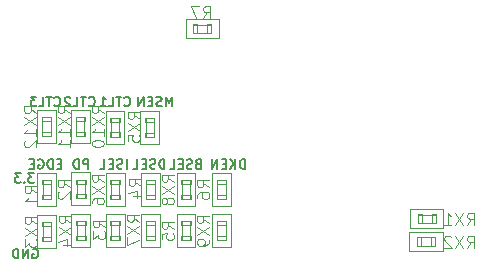
<source format=gbo>
G04 #@! TF.GenerationSoftware,KiCad,Pcbnew,(5.0.2)-1*
G04 #@! TF.CreationDate,2018-12-31T23:20:10+09:00*
G04 #@! TF.ProjectId,hdmi,68646d69-2e6b-4696-9361-645f70636258,rev?*
G04 #@! TF.SameCoordinates,Original*
G04 #@! TF.FileFunction,Legend,Bot*
G04 #@! TF.FilePolarity,Positive*
%FSLAX46Y46*%
G04 Gerber Fmt 4.6, Leading zero omitted, Abs format (unit mm)*
G04 Created by KiCad (PCBNEW (5.0.2)-1) date 2018/12/31 23:20:10*
%MOMM*%
%LPD*%
G01*
G04 APERTURE LIST*
%ADD10C,0.200000*%
%ADD11C,0.101600*%
%ADD12C,0.066040*%
%ADD13C,0.076200*%
G04 APERTURE END LIST*
D10*
X103661904Y-116285714D02*
X103700000Y-116323809D01*
X103814285Y-116361904D01*
X103890476Y-116361904D01*
X104004761Y-116323809D01*
X104080952Y-116247619D01*
X104119047Y-116171428D01*
X104157142Y-116019047D01*
X104157142Y-115904761D01*
X104119047Y-115752380D01*
X104080952Y-115676190D01*
X104004761Y-115600000D01*
X103890476Y-115561904D01*
X103814285Y-115561904D01*
X103700000Y-115600000D01*
X103661904Y-115638095D01*
X103433333Y-115561904D02*
X102976190Y-115561904D01*
X103204761Y-116361904D02*
X103204761Y-115561904D01*
X102328571Y-116361904D02*
X102709523Y-116361904D01*
X102709523Y-115561904D01*
X102138095Y-115561904D02*
X101642857Y-115561904D01*
X101909523Y-115866666D01*
X101795238Y-115866666D01*
X101719047Y-115904761D01*
X101680952Y-115942857D01*
X101642857Y-116019047D01*
X101642857Y-116209523D01*
X101680952Y-116285714D01*
X101719047Y-116323809D01*
X101795238Y-116361904D01*
X102023809Y-116361904D01*
X102100000Y-116323809D01*
X102138095Y-116285714D01*
X106561904Y-116285714D02*
X106600000Y-116323809D01*
X106714285Y-116361904D01*
X106790476Y-116361904D01*
X106904761Y-116323809D01*
X106980952Y-116247619D01*
X107019047Y-116171428D01*
X107057142Y-116019047D01*
X107057142Y-115904761D01*
X107019047Y-115752380D01*
X106980952Y-115676190D01*
X106904761Y-115600000D01*
X106790476Y-115561904D01*
X106714285Y-115561904D01*
X106600000Y-115600000D01*
X106561904Y-115638095D01*
X106333333Y-115561904D02*
X105876190Y-115561904D01*
X106104761Y-116361904D02*
X106104761Y-115561904D01*
X105228571Y-116361904D02*
X105609523Y-116361904D01*
X105609523Y-115561904D01*
X105000000Y-115638095D02*
X104961904Y-115600000D01*
X104885714Y-115561904D01*
X104695238Y-115561904D01*
X104619047Y-115600000D01*
X104580952Y-115638095D01*
X104542857Y-115714285D01*
X104542857Y-115790476D01*
X104580952Y-115904761D01*
X105038095Y-116361904D01*
X104542857Y-116361904D01*
X109561904Y-116285714D02*
X109600000Y-116323809D01*
X109714285Y-116361904D01*
X109790476Y-116361904D01*
X109904761Y-116323809D01*
X109980952Y-116247619D01*
X110019047Y-116171428D01*
X110057142Y-116019047D01*
X110057142Y-115904761D01*
X110019047Y-115752380D01*
X109980952Y-115676190D01*
X109904761Y-115600000D01*
X109790476Y-115561904D01*
X109714285Y-115561904D01*
X109600000Y-115600000D01*
X109561904Y-115638095D01*
X109333333Y-115561904D02*
X108876190Y-115561904D01*
X109104761Y-116361904D02*
X109104761Y-115561904D01*
X108228571Y-116361904D02*
X108609523Y-116361904D01*
X108609523Y-115561904D01*
X107542857Y-116361904D02*
X108000000Y-116361904D01*
X107771428Y-116361904D02*
X107771428Y-115561904D01*
X107847619Y-115676190D01*
X107923809Y-115752380D01*
X108000000Y-115790476D01*
X113628571Y-116361904D02*
X113628571Y-115561904D01*
X113361904Y-116133333D01*
X113095238Y-115561904D01*
X113095238Y-116361904D01*
X112752380Y-116323809D02*
X112638095Y-116361904D01*
X112447619Y-116361904D01*
X112371428Y-116323809D01*
X112333333Y-116285714D01*
X112295238Y-116209523D01*
X112295238Y-116133333D01*
X112333333Y-116057142D01*
X112371428Y-116019047D01*
X112447619Y-115980952D01*
X112600000Y-115942857D01*
X112676190Y-115904761D01*
X112714285Y-115866666D01*
X112752380Y-115790476D01*
X112752380Y-115714285D01*
X112714285Y-115638095D01*
X112676190Y-115600000D01*
X112600000Y-115561904D01*
X112409523Y-115561904D01*
X112295238Y-115600000D01*
X111952380Y-115942857D02*
X111685714Y-115942857D01*
X111571428Y-116361904D02*
X111952380Y-116361904D01*
X111952380Y-115561904D01*
X111571428Y-115561904D01*
X111228571Y-116361904D02*
X111228571Y-115561904D01*
X110771428Y-116361904D01*
X110771428Y-115561904D01*
X119790476Y-121661904D02*
X119790476Y-120861904D01*
X119599999Y-120861904D01*
X119485714Y-120900000D01*
X119409523Y-120976190D01*
X119371428Y-121052380D01*
X119333333Y-121204761D01*
X119333333Y-121319047D01*
X119371428Y-121471428D01*
X119409523Y-121547619D01*
X119485714Y-121623809D01*
X119599999Y-121661904D01*
X119790476Y-121661904D01*
X118990476Y-121661904D02*
X118990476Y-120861904D01*
X118533333Y-121661904D02*
X118876190Y-121204761D01*
X118533333Y-120861904D02*
X118990476Y-121319047D01*
X118190476Y-121242857D02*
X117923809Y-121242857D01*
X117809523Y-121661904D02*
X118190476Y-121661904D01*
X118190476Y-120861904D01*
X117809523Y-120861904D01*
X117466666Y-121661904D02*
X117466666Y-120861904D01*
X117009523Y-121661904D01*
X117009523Y-120861904D01*
X115809523Y-121242857D02*
X115695238Y-121280952D01*
X115657142Y-121319047D01*
X115619047Y-121395238D01*
X115619047Y-121509523D01*
X115657142Y-121585714D01*
X115695238Y-121623809D01*
X115771428Y-121661904D01*
X116076190Y-121661904D01*
X116076190Y-120861904D01*
X115809523Y-120861904D01*
X115733333Y-120900000D01*
X115695238Y-120938095D01*
X115657142Y-121014285D01*
X115657142Y-121090476D01*
X115695238Y-121166666D01*
X115733333Y-121204761D01*
X115809523Y-121242857D01*
X116076190Y-121242857D01*
X115314285Y-121623809D02*
X115200000Y-121661904D01*
X115009523Y-121661904D01*
X114933333Y-121623809D01*
X114895238Y-121585714D01*
X114857142Y-121509523D01*
X114857142Y-121433333D01*
X114895238Y-121357142D01*
X114933333Y-121319047D01*
X115009523Y-121280952D01*
X115161904Y-121242857D01*
X115238095Y-121204761D01*
X115276190Y-121166666D01*
X115314285Y-121090476D01*
X115314285Y-121014285D01*
X115276190Y-120938095D01*
X115238095Y-120900000D01*
X115161904Y-120861904D01*
X114971428Y-120861904D01*
X114857142Y-120900000D01*
X114514285Y-121242857D02*
X114247619Y-121242857D01*
X114133333Y-121661904D02*
X114514285Y-121661904D01*
X114514285Y-120861904D01*
X114133333Y-120861904D01*
X113409523Y-121661904D02*
X113790476Y-121661904D01*
X113790476Y-120861904D01*
X112976190Y-121661904D02*
X112976190Y-120861904D01*
X112785714Y-120861904D01*
X112671428Y-120900000D01*
X112595238Y-120976190D01*
X112557142Y-121052380D01*
X112519047Y-121204761D01*
X112519047Y-121319047D01*
X112557142Y-121471428D01*
X112595238Y-121547619D01*
X112671428Y-121623809D01*
X112785714Y-121661904D01*
X112976190Y-121661904D01*
X112214285Y-121623809D02*
X112100000Y-121661904D01*
X111909523Y-121661904D01*
X111833333Y-121623809D01*
X111795238Y-121585714D01*
X111757142Y-121509523D01*
X111757142Y-121433333D01*
X111795238Y-121357142D01*
X111833333Y-121319047D01*
X111909523Y-121280952D01*
X112061904Y-121242857D01*
X112138095Y-121204761D01*
X112176190Y-121166666D01*
X112214285Y-121090476D01*
X112214285Y-121014285D01*
X112176190Y-120938095D01*
X112138095Y-120900000D01*
X112061904Y-120861904D01*
X111871428Y-120861904D01*
X111757142Y-120900000D01*
X111414285Y-121242857D02*
X111147619Y-121242857D01*
X111033333Y-121661904D02*
X111414285Y-121661904D01*
X111414285Y-120861904D01*
X111033333Y-120861904D01*
X110309523Y-121661904D02*
X110690476Y-121661904D01*
X110690476Y-120861904D01*
X109766666Y-121661904D02*
X109766666Y-120861904D01*
X109423809Y-121623809D02*
X109309523Y-121661904D01*
X109119047Y-121661904D01*
X109042857Y-121623809D01*
X109004761Y-121585714D01*
X108966666Y-121509523D01*
X108966666Y-121433333D01*
X109004761Y-121357142D01*
X109042857Y-121319047D01*
X109119047Y-121280952D01*
X109271428Y-121242857D01*
X109347619Y-121204761D01*
X109385714Y-121166666D01*
X109423809Y-121090476D01*
X109423809Y-121014285D01*
X109385714Y-120938095D01*
X109347619Y-120900000D01*
X109271428Y-120861904D01*
X109080952Y-120861904D01*
X108966666Y-120900000D01*
X108623809Y-121242857D02*
X108357142Y-121242857D01*
X108242857Y-121661904D02*
X108623809Y-121661904D01*
X108623809Y-120861904D01*
X108242857Y-120861904D01*
X107519047Y-121661904D02*
X107900000Y-121661904D01*
X107900000Y-120861904D01*
X106509523Y-121661904D02*
X106509523Y-120861904D01*
X106204761Y-120861904D01*
X106128571Y-120900000D01*
X106090476Y-120938095D01*
X106052380Y-121014285D01*
X106052380Y-121128571D01*
X106090476Y-121204761D01*
X106128571Y-121242857D01*
X106204761Y-121280952D01*
X106509523Y-121280952D01*
X105709523Y-121661904D02*
X105709523Y-120861904D01*
X105519047Y-120861904D01*
X105404761Y-120900000D01*
X105328571Y-120976190D01*
X105290476Y-121052380D01*
X105252380Y-121204761D01*
X105252380Y-121319047D01*
X105290476Y-121471428D01*
X105328571Y-121547619D01*
X105404761Y-121623809D01*
X105519047Y-121661904D01*
X105709523Y-121661904D01*
X104233333Y-121242857D02*
X103966666Y-121242857D01*
X103852380Y-121661904D02*
X104233333Y-121661904D01*
X104233333Y-120861904D01*
X103852380Y-120861904D01*
X103509523Y-121661904D02*
X103509523Y-120861904D01*
X103319047Y-120861904D01*
X103204761Y-120900000D01*
X103128571Y-120976190D01*
X103090476Y-121052380D01*
X103052380Y-121204761D01*
X103052380Y-121319047D01*
X103090476Y-121471428D01*
X103128571Y-121547619D01*
X103204761Y-121623809D01*
X103319047Y-121661904D01*
X103509523Y-121661904D01*
X102290476Y-120900000D02*
X102366666Y-120861904D01*
X102480952Y-120861904D01*
X102595238Y-120900000D01*
X102671428Y-120976190D01*
X102709523Y-121052380D01*
X102747619Y-121204761D01*
X102747619Y-121319047D01*
X102709523Y-121471428D01*
X102671428Y-121547619D01*
X102595238Y-121623809D01*
X102480952Y-121661904D01*
X102404761Y-121661904D01*
X102290476Y-121623809D01*
X102252380Y-121585714D01*
X102252380Y-121319047D01*
X102404761Y-121319047D01*
X101909523Y-121242857D02*
X101642857Y-121242857D01*
X101528571Y-121661904D02*
X101909523Y-121661904D01*
X101909523Y-120861904D01*
X101528571Y-120861904D01*
X101809523Y-128500000D02*
X101885714Y-128461904D01*
X102000000Y-128461904D01*
X102114285Y-128500000D01*
X102190476Y-128576190D01*
X102228571Y-128652380D01*
X102266666Y-128804761D01*
X102266666Y-128919047D01*
X102228571Y-129071428D01*
X102190476Y-129147619D01*
X102114285Y-129223809D01*
X102000000Y-129261904D01*
X101923809Y-129261904D01*
X101809523Y-129223809D01*
X101771428Y-129185714D01*
X101771428Y-128919047D01*
X101923809Y-128919047D01*
X101428571Y-129261904D02*
X101428571Y-128461904D01*
X100971428Y-129261904D01*
X100971428Y-128461904D01*
X100590476Y-129261904D02*
X100590476Y-128461904D01*
X100400000Y-128461904D01*
X100285714Y-128500000D01*
X100209523Y-128576190D01*
X100171428Y-128652380D01*
X100133333Y-128804761D01*
X100133333Y-128919047D01*
X100171428Y-129071428D01*
X100209523Y-129147619D01*
X100285714Y-129223809D01*
X100400000Y-129261904D01*
X100590476Y-129261904D01*
X101938095Y-122061904D02*
X101442857Y-122061904D01*
X101709523Y-122366666D01*
X101595238Y-122366666D01*
X101519047Y-122404761D01*
X101480952Y-122442857D01*
X101442857Y-122519047D01*
X101442857Y-122709523D01*
X101480952Y-122785714D01*
X101519047Y-122823809D01*
X101595238Y-122861904D01*
X101823809Y-122861904D01*
X101900000Y-122823809D01*
X101938095Y-122785714D01*
X101100000Y-122785714D02*
X101061904Y-122823809D01*
X101100000Y-122861904D01*
X101138095Y-122823809D01*
X101100000Y-122785714D01*
X101100000Y-122861904D01*
X100795238Y-122061904D02*
X100300000Y-122061904D01*
X100566666Y-122366666D01*
X100452380Y-122366666D01*
X100376190Y-122404761D01*
X100338095Y-122442857D01*
X100300000Y-122519047D01*
X100300000Y-122709523D01*
X100338095Y-122785714D01*
X100376190Y-122823809D01*
X100452380Y-122861904D01*
X100680952Y-122861904D01*
X100757142Y-122823809D01*
X100795238Y-122785714D01*
D11*
G04 #@! TO.C,RX3*
X102652020Y-126276100D02*
X102652020Y-127723900D01*
X103347980Y-127723900D02*
X103347980Y-126276100D01*
D12*
X102202440Y-128399540D02*
X103797560Y-128399540D01*
X103797560Y-128399540D02*
X103797560Y-125600460D01*
X102202440Y-125600460D02*
X103797560Y-125600460D01*
X102202440Y-128399540D02*
X102202440Y-125600460D01*
X102601220Y-126550420D02*
X103398780Y-126550420D01*
X103398780Y-126550420D02*
X103398780Y-126202440D01*
X102601220Y-126202440D02*
X103398780Y-126202440D01*
X102601220Y-126550420D02*
X102601220Y-126202440D01*
X102601220Y-127797560D02*
X103398780Y-127797560D01*
X103398780Y-127797560D02*
X103398780Y-127449580D01*
X102601220Y-127449580D02*
X103398780Y-127449580D01*
X102601220Y-127797560D02*
X102601220Y-127449580D01*
G04 #@! TO.C,R1*
X102601220Y-124197560D02*
X102601220Y-123849580D01*
X102601220Y-123849580D02*
X103398780Y-123849580D01*
X103398780Y-124197560D02*
X103398780Y-123849580D01*
X102601220Y-124197560D02*
X103398780Y-124197560D01*
X102601220Y-122950420D02*
X102601220Y-122602440D01*
X102601220Y-122602440D02*
X103398780Y-122602440D01*
X103398780Y-122950420D02*
X103398780Y-122602440D01*
X102601220Y-122950420D02*
X103398780Y-122950420D01*
X102202440Y-124799540D02*
X102202440Y-122000460D01*
X102202440Y-122000460D02*
X103797560Y-122000460D01*
X103797560Y-124799540D02*
X103797560Y-122000460D01*
X102202440Y-124799540D02*
X103797560Y-124799540D01*
D11*
X103347980Y-124123900D02*
X103347980Y-122676100D01*
X102652020Y-122676100D02*
X102652020Y-124123900D01*
D12*
G04 #@! TO.C,R2*
X105501220Y-124171560D02*
X105501220Y-123823580D01*
X105501220Y-123823580D02*
X106298780Y-123823580D01*
X106298780Y-124171560D02*
X106298780Y-123823580D01*
X105501220Y-124171560D02*
X106298780Y-124171560D01*
X105501220Y-122924420D02*
X105501220Y-122576440D01*
X105501220Y-122576440D02*
X106298780Y-122576440D01*
X106298780Y-122924420D02*
X106298780Y-122576440D01*
X105501220Y-122924420D02*
X106298780Y-122924420D01*
X105102440Y-124773540D02*
X105102440Y-121974460D01*
X105102440Y-121974460D02*
X106697560Y-121974460D01*
X106697560Y-124773540D02*
X106697560Y-121974460D01*
X105102440Y-124773540D02*
X106697560Y-124773540D01*
D11*
X106247980Y-124097900D02*
X106247980Y-122650100D01*
X105552020Y-122650100D02*
X105552020Y-124097900D01*
D12*
G04 #@! TO.C,R3*
X108401220Y-127671560D02*
X108401220Y-127323580D01*
X108401220Y-127323580D02*
X109198780Y-127323580D01*
X109198780Y-127671560D02*
X109198780Y-127323580D01*
X108401220Y-127671560D02*
X109198780Y-127671560D01*
X108401220Y-126424420D02*
X108401220Y-126076440D01*
X108401220Y-126076440D02*
X109198780Y-126076440D01*
X109198780Y-126424420D02*
X109198780Y-126076440D01*
X108401220Y-126424420D02*
X109198780Y-126424420D01*
X108002440Y-128273540D02*
X108002440Y-125474460D01*
X108002440Y-125474460D02*
X109597560Y-125474460D01*
X109597560Y-128273540D02*
X109597560Y-125474460D01*
X108002440Y-128273540D02*
X109597560Y-128273540D01*
D11*
X109147980Y-127597900D02*
X109147980Y-126150100D01*
X108452020Y-126150100D02*
X108452020Y-127597900D01*
G04 #@! TO.C,R4*
X111452020Y-122676100D02*
X111452020Y-124123900D01*
X112147980Y-124123900D02*
X112147980Y-122676100D01*
D12*
X111002440Y-124799540D02*
X112597560Y-124799540D01*
X112597560Y-124799540D02*
X112597560Y-122000460D01*
X111002440Y-122000460D02*
X112597560Y-122000460D01*
X111002440Y-124799540D02*
X111002440Y-122000460D01*
X111401220Y-122950420D02*
X112198780Y-122950420D01*
X112198780Y-122950420D02*
X112198780Y-122602440D01*
X111401220Y-122602440D02*
X112198780Y-122602440D01*
X111401220Y-122950420D02*
X111401220Y-122602440D01*
X111401220Y-124197560D02*
X112198780Y-124197560D01*
X112198780Y-124197560D02*
X112198780Y-123849580D01*
X111401220Y-123849580D02*
X112198780Y-123849580D01*
X111401220Y-124197560D02*
X111401220Y-123849580D01*
G04 #@! TO.C,R5*
X114401220Y-127697560D02*
X114401220Y-127349580D01*
X114401220Y-127349580D02*
X115198780Y-127349580D01*
X115198780Y-127697560D02*
X115198780Y-127349580D01*
X114401220Y-127697560D02*
X115198780Y-127697560D01*
X114401220Y-126450420D02*
X114401220Y-126102440D01*
X114401220Y-126102440D02*
X115198780Y-126102440D01*
X115198780Y-126450420D02*
X115198780Y-126102440D01*
X114401220Y-126450420D02*
X115198780Y-126450420D01*
X114002440Y-128299540D02*
X114002440Y-125500460D01*
X114002440Y-125500460D02*
X115597560Y-125500460D01*
X115597560Y-128299540D02*
X115597560Y-125500460D01*
X114002440Y-128299540D02*
X115597560Y-128299540D01*
D11*
X115147980Y-127623900D02*
X115147980Y-126176100D01*
X114452020Y-126176100D02*
X114452020Y-127623900D01*
G04 #@! TO.C,R6*
X117452020Y-122676100D02*
X117452020Y-124123900D01*
X118147980Y-124123900D02*
X118147980Y-122676100D01*
D12*
X117002440Y-124799540D02*
X118597560Y-124799540D01*
X118597560Y-124799540D02*
X118597560Y-122000460D01*
X117002440Y-122000460D02*
X118597560Y-122000460D01*
X117002440Y-124799540D02*
X117002440Y-122000460D01*
X117401220Y-122950420D02*
X118198780Y-122950420D01*
X118198780Y-122950420D02*
X118198780Y-122602440D01*
X117401220Y-122602440D02*
X118198780Y-122602440D01*
X117401220Y-122950420D02*
X117401220Y-122602440D01*
X117401220Y-124197560D02*
X118198780Y-124197560D01*
X118198780Y-124197560D02*
X118198780Y-123849580D01*
X117401220Y-123849580D02*
X118198780Y-123849580D01*
X117401220Y-124197560D02*
X117401220Y-123849580D01*
G04 #@! TO.C,R7*
X116957560Y-110208780D02*
X116609580Y-110208780D01*
X116609580Y-110208780D02*
X116609580Y-109411220D01*
X116957560Y-109411220D02*
X116609580Y-109411220D01*
X116957560Y-110208780D02*
X116957560Y-109411220D01*
X115710420Y-110208780D02*
X115362440Y-110208780D01*
X115362440Y-110208780D02*
X115362440Y-109411220D01*
X115710420Y-109411220D02*
X115362440Y-109411220D01*
X115710420Y-110208780D02*
X115710420Y-109411220D01*
X117559540Y-110607560D02*
X114760460Y-110607560D01*
X114760460Y-110607560D02*
X114760460Y-109012440D01*
X117559540Y-109012440D02*
X114760460Y-109012440D01*
X117559540Y-110607560D02*
X117559540Y-109012440D01*
D11*
X116883900Y-109462020D02*
X115436100Y-109462020D01*
X115436100Y-110157980D02*
X116883900Y-110157980D01*
D12*
G04 #@! TO.C,RX1*
X135997560Y-126298780D02*
X135649580Y-126298780D01*
X135649580Y-126298780D02*
X135649580Y-125501220D01*
X135997560Y-125501220D02*
X135649580Y-125501220D01*
X135997560Y-126298780D02*
X135997560Y-125501220D01*
X134750420Y-126298780D02*
X134402440Y-126298780D01*
X134402440Y-126298780D02*
X134402440Y-125501220D01*
X134750420Y-125501220D02*
X134402440Y-125501220D01*
X134750420Y-126298780D02*
X134750420Y-125501220D01*
X136599540Y-126697560D02*
X133800460Y-126697560D01*
X133800460Y-126697560D02*
X133800460Y-125102440D01*
X136599540Y-125102440D02*
X133800460Y-125102440D01*
X136599540Y-126697560D02*
X136599540Y-125102440D01*
D11*
X135923900Y-125552020D02*
X134476100Y-125552020D01*
X134476100Y-126247980D02*
X135923900Y-126247980D01*
G04 #@! TO.C,RX2*
X134396100Y-128167980D02*
X135843900Y-128167980D01*
X135843900Y-127472020D02*
X134396100Y-127472020D01*
D12*
X136519540Y-128617560D02*
X136519540Y-127022440D01*
X136519540Y-127022440D02*
X133720460Y-127022440D01*
X133720460Y-128617560D02*
X133720460Y-127022440D01*
X136519540Y-128617560D02*
X133720460Y-128617560D01*
X134670420Y-128218780D02*
X134670420Y-127421220D01*
X134670420Y-127421220D02*
X134322440Y-127421220D01*
X134322440Y-128218780D02*
X134322440Y-127421220D01*
X134670420Y-128218780D02*
X134322440Y-128218780D01*
X135917560Y-128218780D02*
X135917560Y-127421220D01*
X135917560Y-127421220D02*
X135569580Y-127421220D01*
X135569580Y-128218780D02*
X135569580Y-127421220D01*
X135917560Y-128218780D02*
X135569580Y-128218780D01*
D11*
G04 #@! TO.C,RX4*
X105552020Y-126176100D02*
X105552020Y-127623900D01*
X106247980Y-127623900D02*
X106247980Y-126176100D01*
D12*
X105102440Y-128299540D02*
X106697560Y-128299540D01*
X106697560Y-128299540D02*
X106697560Y-125500460D01*
X105102440Y-125500460D02*
X106697560Y-125500460D01*
X105102440Y-128299540D02*
X105102440Y-125500460D01*
X105501220Y-126450420D02*
X106298780Y-126450420D01*
X106298780Y-126450420D02*
X106298780Y-126102440D01*
X105501220Y-126102440D02*
X106298780Y-126102440D01*
X105501220Y-126450420D02*
X105501220Y-126102440D01*
X105501220Y-127697560D02*
X106298780Y-127697560D01*
X106298780Y-127697560D02*
X106298780Y-127349580D01*
X105501220Y-127349580D02*
X106298780Y-127349580D01*
X105501220Y-127697560D02*
X105501220Y-127349580D01*
D11*
G04 #@! TO.C,RX5*
X111372020Y-117436100D02*
X111372020Y-118883900D01*
X112067980Y-118883900D02*
X112067980Y-117436100D01*
D12*
X110922440Y-119559540D02*
X112517560Y-119559540D01*
X112517560Y-119559540D02*
X112517560Y-116760460D01*
X110922440Y-116760460D02*
X112517560Y-116760460D01*
X110922440Y-119559540D02*
X110922440Y-116760460D01*
X111321220Y-117710420D02*
X112118780Y-117710420D01*
X112118780Y-117710420D02*
X112118780Y-117362440D01*
X111321220Y-117362440D02*
X112118780Y-117362440D01*
X111321220Y-117710420D02*
X111321220Y-117362440D01*
X111321220Y-118957560D02*
X112118780Y-118957560D01*
X112118780Y-118957560D02*
X112118780Y-118609580D01*
X111321220Y-118609580D02*
X112118780Y-118609580D01*
X111321220Y-118957560D02*
X111321220Y-118609580D01*
D11*
G04 #@! TO.C,RX6*
X108452020Y-122676100D02*
X108452020Y-124123900D01*
X109147980Y-124123900D02*
X109147980Y-122676100D01*
D12*
X108002440Y-124799540D02*
X109597560Y-124799540D01*
X109597560Y-124799540D02*
X109597560Y-122000460D01*
X108002440Y-122000460D02*
X109597560Y-122000460D01*
X108002440Y-124799540D02*
X108002440Y-122000460D01*
X108401220Y-122950420D02*
X109198780Y-122950420D01*
X109198780Y-122950420D02*
X109198780Y-122602440D01*
X108401220Y-122602440D02*
X109198780Y-122602440D01*
X108401220Y-122950420D02*
X108401220Y-122602440D01*
X108401220Y-124197560D02*
X109198780Y-124197560D01*
X109198780Y-124197560D02*
X109198780Y-123849580D01*
X108401220Y-123849580D02*
X109198780Y-123849580D01*
X108401220Y-124197560D02*
X108401220Y-123849580D01*
G04 #@! TO.C,RX7*
X111401220Y-127697560D02*
X111401220Y-127349580D01*
X111401220Y-127349580D02*
X112198780Y-127349580D01*
X112198780Y-127697560D02*
X112198780Y-127349580D01*
X111401220Y-127697560D02*
X112198780Y-127697560D01*
X111401220Y-126450420D02*
X111401220Y-126102440D01*
X111401220Y-126102440D02*
X112198780Y-126102440D01*
X112198780Y-126450420D02*
X112198780Y-126102440D01*
X111401220Y-126450420D02*
X112198780Y-126450420D01*
X111002440Y-128299540D02*
X111002440Y-125500460D01*
X111002440Y-125500460D02*
X112597560Y-125500460D01*
X112597560Y-128299540D02*
X112597560Y-125500460D01*
X111002440Y-128299540D02*
X112597560Y-128299540D01*
D11*
X112147980Y-127623900D02*
X112147980Y-126176100D01*
X111452020Y-126176100D02*
X111452020Y-127623900D01*
D12*
G04 #@! TO.C,RX8*
X114401220Y-124197560D02*
X114401220Y-123849580D01*
X114401220Y-123849580D02*
X115198780Y-123849580D01*
X115198780Y-124197560D02*
X115198780Y-123849580D01*
X114401220Y-124197560D02*
X115198780Y-124197560D01*
X114401220Y-122950420D02*
X114401220Y-122602440D01*
X114401220Y-122602440D02*
X115198780Y-122602440D01*
X115198780Y-122950420D02*
X115198780Y-122602440D01*
X114401220Y-122950420D02*
X115198780Y-122950420D01*
X114002440Y-124799540D02*
X114002440Y-122000460D01*
X114002440Y-122000460D02*
X115597560Y-122000460D01*
X115597560Y-124799540D02*
X115597560Y-122000460D01*
X114002440Y-124799540D02*
X115597560Y-124799540D01*
D11*
X115147980Y-124123900D02*
X115147980Y-122676100D01*
X114452020Y-122676100D02*
X114452020Y-124123900D01*
D12*
G04 #@! TO.C,RX9*
X117401220Y-127697560D02*
X117401220Y-127349580D01*
X117401220Y-127349580D02*
X118198780Y-127349580D01*
X118198780Y-127697560D02*
X118198780Y-127349580D01*
X117401220Y-127697560D02*
X118198780Y-127697560D01*
X117401220Y-126450420D02*
X117401220Y-126102440D01*
X117401220Y-126102440D02*
X118198780Y-126102440D01*
X118198780Y-126450420D02*
X118198780Y-126102440D01*
X117401220Y-126450420D02*
X118198780Y-126450420D01*
X117002440Y-128299540D02*
X117002440Y-125500460D01*
X117002440Y-125500460D02*
X118597560Y-125500460D01*
X118597560Y-128299540D02*
X118597560Y-125500460D01*
X117002440Y-128299540D02*
X118597560Y-128299540D01*
D11*
X118147980Y-127623900D02*
X118147980Y-126176100D01*
X117452020Y-126176100D02*
X117452020Y-127623900D01*
G04 #@! TO.C,RX10*
X108442020Y-117416100D02*
X108442020Y-118863900D01*
X109137980Y-118863900D02*
X109137980Y-117416100D01*
D12*
X107992440Y-119539540D02*
X109587560Y-119539540D01*
X109587560Y-119539540D02*
X109587560Y-116740460D01*
X107992440Y-116740460D02*
X109587560Y-116740460D01*
X107992440Y-119539540D02*
X107992440Y-116740460D01*
X108391220Y-117690420D02*
X109188780Y-117690420D01*
X109188780Y-117690420D02*
X109188780Y-117342440D01*
X108391220Y-117342440D02*
X109188780Y-117342440D01*
X108391220Y-117690420D02*
X108391220Y-117342440D01*
X108391220Y-118937560D02*
X109188780Y-118937560D01*
X109188780Y-118937560D02*
X109188780Y-118589580D01*
X108391220Y-118589580D02*
X109188780Y-118589580D01*
X108391220Y-118937560D02*
X108391220Y-118589580D01*
D11*
G04 #@! TO.C,RX11*
X105502020Y-117376100D02*
X105502020Y-118823900D01*
X106197980Y-118823900D02*
X106197980Y-117376100D01*
D12*
X105052440Y-119499540D02*
X106647560Y-119499540D01*
X106647560Y-119499540D02*
X106647560Y-116700460D01*
X105052440Y-116700460D02*
X106647560Y-116700460D01*
X105052440Y-119499540D02*
X105052440Y-116700460D01*
X105451220Y-117650420D02*
X106248780Y-117650420D01*
X106248780Y-117650420D02*
X106248780Y-117302440D01*
X105451220Y-117302440D02*
X106248780Y-117302440D01*
X105451220Y-117650420D02*
X105451220Y-117302440D01*
X105451220Y-118897560D02*
X106248780Y-118897560D01*
X106248780Y-118897560D02*
X106248780Y-118549580D01*
X105451220Y-118549580D02*
X106248780Y-118549580D01*
X105451220Y-118897560D02*
X105451220Y-118549580D01*
G04 #@! TO.C,RX12*
X102591220Y-118887560D02*
X102591220Y-118539580D01*
X102591220Y-118539580D02*
X103388780Y-118539580D01*
X103388780Y-118887560D02*
X103388780Y-118539580D01*
X102591220Y-118887560D02*
X103388780Y-118887560D01*
X102591220Y-117640420D02*
X102591220Y-117292440D01*
X102591220Y-117292440D02*
X103388780Y-117292440D01*
X103388780Y-117640420D02*
X103388780Y-117292440D01*
X102591220Y-117640420D02*
X103388780Y-117640420D01*
X102192440Y-119489540D02*
X102192440Y-116690460D01*
X102192440Y-116690460D02*
X103787560Y-116690460D01*
X103787560Y-119489540D02*
X103787560Y-116690460D01*
X102192440Y-119489540D02*
X103787560Y-119489540D01*
D11*
X103337980Y-118813900D02*
X103337980Y-117366100D01*
X102642020Y-117366100D02*
X102642020Y-118813900D01*
G04 #@! TO.C,RX3*
D13*
X102159619Y-126346857D02*
X101675809Y-126008190D01*
X102159619Y-125766285D02*
X101143619Y-125766285D01*
X101143619Y-126153333D01*
X101192000Y-126250095D01*
X101240380Y-126298476D01*
X101337142Y-126346857D01*
X101482285Y-126346857D01*
X101579047Y-126298476D01*
X101627428Y-126250095D01*
X101675809Y-126153333D01*
X101675809Y-125766285D01*
X101143619Y-126685523D02*
X102159619Y-127362857D01*
X101143619Y-127362857D02*
X102159619Y-126685523D01*
X101143619Y-127653142D02*
X101143619Y-128282095D01*
X101530666Y-127943428D01*
X101530666Y-128088571D01*
X101579047Y-128185333D01*
X101627428Y-128233714D01*
X101724190Y-128282095D01*
X101966095Y-128282095D01*
X102062857Y-128233714D01*
X102111238Y-128185333D01*
X102159619Y-128088571D01*
X102159619Y-127798285D01*
X102111238Y-127701523D01*
X102062857Y-127653142D01*
G04 #@! TO.C,R1*
X102159619Y-123730666D02*
X101675809Y-123392000D01*
X102159619Y-123150095D02*
X101143619Y-123150095D01*
X101143619Y-123537142D01*
X101192000Y-123633904D01*
X101240380Y-123682285D01*
X101337142Y-123730666D01*
X101482285Y-123730666D01*
X101579047Y-123682285D01*
X101627428Y-123633904D01*
X101675809Y-123537142D01*
X101675809Y-123150095D01*
X102159619Y-124698285D02*
X102159619Y-124117714D01*
X102159619Y-124408000D02*
X101143619Y-124408000D01*
X101288761Y-124311238D01*
X101385523Y-124214476D01*
X101433904Y-124117714D01*
G04 #@! TO.C,R2*
X104959619Y-123230906D02*
X104475809Y-122892240D01*
X104959619Y-122650335D02*
X103943619Y-122650335D01*
X103943619Y-123037382D01*
X103992000Y-123134144D01*
X104040380Y-123182525D01*
X104137142Y-123230906D01*
X104282285Y-123230906D01*
X104379047Y-123182525D01*
X104427428Y-123134144D01*
X104475809Y-123037382D01*
X104475809Y-122650335D01*
X104040380Y-123617954D02*
X103992000Y-123666335D01*
X103943619Y-123763097D01*
X103943619Y-124005001D01*
X103992000Y-124101763D01*
X104040380Y-124150144D01*
X104137142Y-124198525D01*
X104233904Y-124198525D01*
X104379047Y-124150144D01*
X104959619Y-123569573D01*
X104959619Y-124198525D01*
G04 #@! TO.C,R3*
X107959619Y-126630906D02*
X107475809Y-126292240D01*
X107959619Y-126050335D02*
X106943619Y-126050335D01*
X106943619Y-126437382D01*
X106992000Y-126534144D01*
X107040380Y-126582525D01*
X107137142Y-126630906D01*
X107282285Y-126630906D01*
X107379047Y-126582525D01*
X107427428Y-126534144D01*
X107475809Y-126437382D01*
X107475809Y-126050335D01*
X106943619Y-126969573D02*
X106943619Y-127598525D01*
X107330666Y-127259859D01*
X107330666Y-127405001D01*
X107379047Y-127501763D01*
X107427428Y-127550144D01*
X107524190Y-127598525D01*
X107766095Y-127598525D01*
X107862857Y-127550144D01*
X107911238Y-127501763D01*
X107959619Y-127405001D01*
X107959619Y-127114716D01*
X107911238Y-127017954D01*
X107862857Y-126969573D01*
G04 #@! TO.C,R4*
X110959619Y-123130666D02*
X110475809Y-122792000D01*
X110959619Y-122550095D02*
X109943619Y-122550095D01*
X109943619Y-122937142D01*
X109992000Y-123033904D01*
X110040380Y-123082285D01*
X110137142Y-123130666D01*
X110282285Y-123130666D01*
X110379047Y-123082285D01*
X110427428Y-123033904D01*
X110475809Y-122937142D01*
X110475809Y-122550095D01*
X110282285Y-124001523D02*
X110959619Y-124001523D01*
X109895238Y-123759619D02*
X110620952Y-123517714D01*
X110620952Y-124146666D01*
G04 #@! TO.C,R5*
X113759619Y-126730666D02*
X113275809Y-126392000D01*
X113759619Y-126150095D02*
X112743619Y-126150095D01*
X112743619Y-126537142D01*
X112792000Y-126633904D01*
X112840380Y-126682285D01*
X112937142Y-126730666D01*
X113082285Y-126730666D01*
X113179047Y-126682285D01*
X113227428Y-126633904D01*
X113275809Y-126537142D01*
X113275809Y-126150095D01*
X112743619Y-127649904D02*
X112743619Y-127166095D01*
X113227428Y-127117714D01*
X113179047Y-127166095D01*
X113130666Y-127262857D01*
X113130666Y-127504761D01*
X113179047Y-127601523D01*
X113227428Y-127649904D01*
X113324190Y-127698285D01*
X113566095Y-127698285D01*
X113662857Y-127649904D01*
X113711238Y-127601523D01*
X113759619Y-127504761D01*
X113759619Y-127262857D01*
X113711238Y-127166095D01*
X113662857Y-127117714D01*
G04 #@! TO.C,R6*
X116759619Y-123230666D02*
X116275809Y-122892000D01*
X116759619Y-122650095D02*
X115743619Y-122650095D01*
X115743619Y-123037142D01*
X115792000Y-123133904D01*
X115840380Y-123182285D01*
X115937142Y-123230666D01*
X116082285Y-123230666D01*
X116179047Y-123182285D01*
X116227428Y-123133904D01*
X116275809Y-123037142D01*
X116275809Y-122650095D01*
X115743619Y-124101523D02*
X115743619Y-123908000D01*
X115792000Y-123811238D01*
X115840380Y-123762857D01*
X115985523Y-123666095D01*
X116179047Y-123617714D01*
X116566095Y-123617714D01*
X116662857Y-123666095D01*
X116711238Y-123714476D01*
X116759619Y-123811238D01*
X116759619Y-124004761D01*
X116711238Y-124101523D01*
X116662857Y-124149904D01*
X116566095Y-124198285D01*
X116324190Y-124198285D01*
X116227428Y-124149904D01*
X116179047Y-124101523D01*
X116130666Y-124004761D01*
X116130666Y-123811238D01*
X116179047Y-123714476D01*
X116227428Y-123666095D01*
X116324190Y-123617714D01*
G04 #@! TO.C,R7*
X116259333Y-108919619D02*
X116598000Y-108435809D01*
X116839904Y-108919619D02*
X116839904Y-107903619D01*
X116452857Y-107903619D01*
X116356095Y-107952000D01*
X116307714Y-108000380D01*
X116259333Y-108097142D01*
X116259333Y-108242285D01*
X116307714Y-108339047D01*
X116356095Y-108387428D01*
X116452857Y-108435809D01*
X116839904Y-108435809D01*
X115920666Y-107903619D02*
X115243333Y-107903619D01*
X115678761Y-108919619D01*
G04 #@! TO.C,RX1*
X138613142Y-126399619D02*
X138951809Y-125915809D01*
X139193714Y-126399619D02*
X139193714Y-125383619D01*
X138806666Y-125383619D01*
X138709904Y-125432000D01*
X138661523Y-125480380D01*
X138613142Y-125577142D01*
X138613142Y-125722285D01*
X138661523Y-125819047D01*
X138709904Y-125867428D01*
X138806666Y-125915809D01*
X139193714Y-125915809D01*
X138274476Y-125383619D02*
X137597142Y-126399619D01*
X137597142Y-125383619D02*
X138274476Y-126399619D01*
X136677904Y-126399619D02*
X137258476Y-126399619D01*
X136968190Y-126399619D02*
X136968190Y-125383619D01*
X137064952Y-125528761D01*
X137161714Y-125625523D01*
X137258476Y-125673904D01*
G04 #@! TO.C,RX2*
X138593142Y-128339619D02*
X138931809Y-127855809D01*
X139173714Y-128339619D02*
X139173714Y-127323619D01*
X138786666Y-127323619D01*
X138689904Y-127372000D01*
X138641523Y-127420380D01*
X138593142Y-127517142D01*
X138593142Y-127662285D01*
X138641523Y-127759047D01*
X138689904Y-127807428D01*
X138786666Y-127855809D01*
X139173714Y-127855809D01*
X138254476Y-127323619D02*
X137577142Y-128339619D01*
X137577142Y-127323619D02*
X138254476Y-128339619D01*
X137238476Y-127420380D02*
X137190095Y-127372000D01*
X137093333Y-127323619D01*
X136851428Y-127323619D01*
X136754666Y-127372000D01*
X136706285Y-127420380D01*
X136657904Y-127517142D01*
X136657904Y-127613904D01*
X136706285Y-127759047D01*
X137286857Y-128339619D01*
X136657904Y-128339619D01*
G04 #@! TO.C,RX4*
X105059619Y-126246857D02*
X104575809Y-125908190D01*
X105059619Y-125666285D02*
X104043619Y-125666285D01*
X104043619Y-126053333D01*
X104092000Y-126150095D01*
X104140380Y-126198476D01*
X104237142Y-126246857D01*
X104382285Y-126246857D01*
X104479047Y-126198476D01*
X104527428Y-126150095D01*
X104575809Y-126053333D01*
X104575809Y-125666285D01*
X104043619Y-126585523D02*
X105059619Y-127262857D01*
X104043619Y-127262857D02*
X105059619Y-126585523D01*
X104382285Y-128085333D02*
X105059619Y-128085333D01*
X103995238Y-127843428D02*
X104720952Y-127601523D01*
X104720952Y-128230476D01*
G04 #@! TO.C,RX5*
X110879619Y-117446857D02*
X110395809Y-117108190D01*
X110879619Y-116866285D02*
X109863619Y-116866285D01*
X109863619Y-117253333D01*
X109912000Y-117350095D01*
X109960380Y-117398476D01*
X110057142Y-117446857D01*
X110202285Y-117446857D01*
X110299047Y-117398476D01*
X110347428Y-117350095D01*
X110395809Y-117253333D01*
X110395809Y-116866285D01*
X109863619Y-117785523D02*
X110879619Y-118462857D01*
X109863619Y-118462857D02*
X110879619Y-117785523D01*
X109863619Y-119333714D02*
X109863619Y-118849904D01*
X110347428Y-118801523D01*
X110299047Y-118849904D01*
X110250666Y-118946666D01*
X110250666Y-119188571D01*
X110299047Y-119285333D01*
X110347428Y-119333714D01*
X110444190Y-119382095D01*
X110686095Y-119382095D01*
X110782857Y-119333714D01*
X110831238Y-119285333D01*
X110879619Y-119188571D01*
X110879619Y-118946666D01*
X110831238Y-118849904D01*
X110782857Y-118801523D01*
G04 #@! TO.C,RX6*
X107859619Y-122746857D02*
X107375809Y-122408190D01*
X107859619Y-122166285D02*
X106843619Y-122166285D01*
X106843619Y-122553333D01*
X106892000Y-122650095D01*
X106940380Y-122698476D01*
X107037142Y-122746857D01*
X107182285Y-122746857D01*
X107279047Y-122698476D01*
X107327428Y-122650095D01*
X107375809Y-122553333D01*
X107375809Y-122166285D01*
X106843619Y-123085523D02*
X107859619Y-123762857D01*
X106843619Y-123762857D02*
X107859619Y-123085523D01*
X106843619Y-124585333D02*
X106843619Y-124391809D01*
X106892000Y-124295047D01*
X106940380Y-124246666D01*
X107085523Y-124149904D01*
X107279047Y-124101523D01*
X107666095Y-124101523D01*
X107762857Y-124149904D01*
X107811238Y-124198285D01*
X107859619Y-124295047D01*
X107859619Y-124488571D01*
X107811238Y-124585333D01*
X107762857Y-124633714D01*
X107666095Y-124682095D01*
X107424190Y-124682095D01*
X107327428Y-124633714D01*
X107279047Y-124585333D01*
X107230666Y-124488571D01*
X107230666Y-124295047D01*
X107279047Y-124198285D01*
X107327428Y-124149904D01*
X107424190Y-124101523D01*
G04 #@! TO.C,RX7*
X110859619Y-126146857D02*
X110375809Y-125808190D01*
X110859619Y-125566285D02*
X109843619Y-125566285D01*
X109843619Y-125953333D01*
X109892000Y-126050095D01*
X109940380Y-126098476D01*
X110037142Y-126146857D01*
X110182285Y-126146857D01*
X110279047Y-126098476D01*
X110327428Y-126050095D01*
X110375809Y-125953333D01*
X110375809Y-125566285D01*
X109843619Y-126485523D02*
X110859619Y-127162857D01*
X109843619Y-127162857D02*
X110859619Y-126485523D01*
X109843619Y-127453142D02*
X109843619Y-128130476D01*
X110859619Y-127695047D01*
G04 #@! TO.C,RX8*
X113759619Y-122746857D02*
X113275809Y-122408190D01*
X113759619Y-122166285D02*
X112743619Y-122166285D01*
X112743619Y-122553333D01*
X112792000Y-122650095D01*
X112840380Y-122698476D01*
X112937142Y-122746857D01*
X113082285Y-122746857D01*
X113179047Y-122698476D01*
X113227428Y-122650095D01*
X113275809Y-122553333D01*
X113275809Y-122166285D01*
X112743619Y-123085523D02*
X113759619Y-123762857D01*
X112743619Y-123762857D02*
X113759619Y-123085523D01*
X113179047Y-124295047D02*
X113130666Y-124198285D01*
X113082285Y-124149904D01*
X112985523Y-124101523D01*
X112937142Y-124101523D01*
X112840380Y-124149904D01*
X112792000Y-124198285D01*
X112743619Y-124295047D01*
X112743619Y-124488571D01*
X112792000Y-124585333D01*
X112840380Y-124633714D01*
X112937142Y-124682095D01*
X112985523Y-124682095D01*
X113082285Y-124633714D01*
X113130666Y-124585333D01*
X113179047Y-124488571D01*
X113179047Y-124295047D01*
X113227428Y-124198285D01*
X113275809Y-124149904D01*
X113372571Y-124101523D01*
X113566095Y-124101523D01*
X113662857Y-124149904D01*
X113711238Y-124198285D01*
X113759619Y-124295047D01*
X113759619Y-124488571D01*
X113711238Y-124585333D01*
X113662857Y-124633714D01*
X113566095Y-124682095D01*
X113372571Y-124682095D01*
X113275809Y-124633714D01*
X113227428Y-124585333D01*
X113179047Y-124488571D01*
G04 #@! TO.C,RX9*
X116759619Y-126246857D02*
X116275809Y-125908190D01*
X116759619Y-125666285D02*
X115743619Y-125666285D01*
X115743619Y-126053333D01*
X115792000Y-126150095D01*
X115840380Y-126198476D01*
X115937142Y-126246857D01*
X116082285Y-126246857D01*
X116179047Y-126198476D01*
X116227428Y-126150095D01*
X116275809Y-126053333D01*
X116275809Y-125666285D01*
X115743619Y-126585523D02*
X116759619Y-127262857D01*
X115743619Y-127262857D02*
X116759619Y-126585523D01*
X116759619Y-127698285D02*
X116759619Y-127891809D01*
X116711238Y-127988571D01*
X116662857Y-128036952D01*
X116517714Y-128133714D01*
X116324190Y-128182095D01*
X115937142Y-128182095D01*
X115840380Y-128133714D01*
X115792000Y-128085333D01*
X115743619Y-127988571D01*
X115743619Y-127795047D01*
X115792000Y-127698285D01*
X115840380Y-127649904D01*
X115937142Y-127601523D01*
X116179047Y-127601523D01*
X116275809Y-127649904D01*
X116324190Y-127698285D01*
X116372571Y-127795047D01*
X116372571Y-127988571D01*
X116324190Y-128085333D01*
X116275809Y-128133714D01*
X116179047Y-128182095D01*
G04 #@! TO.C,RX10*
X107849619Y-116923047D02*
X107365809Y-116584380D01*
X107849619Y-116342476D02*
X106833619Y-116342476D01*
X106833619Y-116729523D01*
X106882000Y-116826285D01*
X106930380Y-116874666D01*
X107027142Y-116923047D01*
X107172285Y-116923047D01*
X107269047Y-116874666D01*
X107317428Y-116826285D01*
X107365809Y-116729523D01*
X107365809Y-116342476D01*
X106833619Y-117261714D02*
X107849619Y-117939047D01*
X106833619Y-117939047D02*
X107849619Y-117261714D01*
X107849619Y-118858285D02*
X107849619Y-118277714D01*
X107849619Y-118568000D02*
X106833619Y-118568000D01*
X106978761Y-118471238D01*
X107075523Y-118374476D01*
X107123904Y-118277714D01*
X106833619Y-119487238D02*
X106833619Y-119584000D01*
X106882000Y-119680761D01*
X106930380Y-119729142D01*
X107027142Y-119777523D01*
X107220666Y-119825904D01*
X107462571Y-119825904D01*
X107656095Y-119777523D01*
X107752857Y-119729142D01*
X107801238Y-119680761D01*
X107849619Y-119584000D01*
X107849619Y-119487238D01*
X107801238Y-119390476D01*
X107752857Y-119342095D01*
X107656095Y-119293714D01*
X107462571Y-119245333D01*
X107220666Y-119245333D01*
X107027142Y-119293714D01*
X106930380Y-119342095D01*
X106882000Y-119390476D01*
X106833619Y-119487238D01*
G04 #@! TO.C,RX11*
X104969619Y-116943047D02*
X104485809Y-116604380D01*
X104969619Y-116362476D02*
X103953619Y-116362476D01*
X103953619Y-116749523D01*
X104002000Y-116846285D01*
X104050380Y-116894666D01*
X104147142Y-116943047D01*
X104292285Y-116943047D01*
X104389047Y-116894666D01*
X104437428Y-116846285D01*
X104485809Y-116749523D01*
X104485809Y-116362476D01*
X103953619Y-117281714D02*
X104969619Y-117959047D01*
X103953619Y-117959047D02*
X104969619Y-117281714D01*
X104969619Y-118878285D02*
X104969619Y-118297714D01*
X104969619Y-118588000D02*
X103953619Y-118588000D01*
X104098761Y-118491238D01*
X104195523Y-118394476D01*
X104243904Y-118297714D01*
X104969619Y-119845904D02*
X104969619Y-119265333D01*
X104969619Y-119555619D02*
X103953619Y-119555619D01*
X104098761Y-119458857D01*
X104195523Y-119362095D01*
X104243904Y-119265333D01*
G04 #@! TO.C,RX12*
X102119619Y-116963047D02*
X101635809Y-116624380D01*
X102119619Y-116382476D02*
X101103619Y-116382476D01*
X101103619Y-116769523D01*
X101152000Y-116866285D01*
X101200380Y-116914666D01*
X101297142Y-116963047D01*
X101442285Y-116963047D01*
X101539047Y-116914666D01*
X101587428Y-116866285D01*
X101635809Y-116769523D01*
X101635809Y-116382476D01*
X101103619Y-117301714D02*
X102119619Y-117979047D01*
X101103619Y-117979047D02*
X102119619Y-117301714D01*
X102119619Y-118898285D02*
X102119619Y-118317714D01*
X102119619Y-118608000D02*
X101103619Y-118608000D01*
X101248761Y-118511238D01*
X101345523Y-118414476D01*
X101393904Y-118317714D01*
X101200380Y-119285333D02*
X101152000Y-119333714D01*
X101103619Y-119430476D01*
X101103619Y-119672380D01*
X101152000Y-119769142D01*
X101200380Y-119817523D01*
X101297142Y-119865904D01*
X101393904Y-119865904D01*
X101539047Y-119817523D01*
X102119619Y-119236952D01*
X102119619Y-119865904D01*
G04 #@! TD*
M02*

</source>
